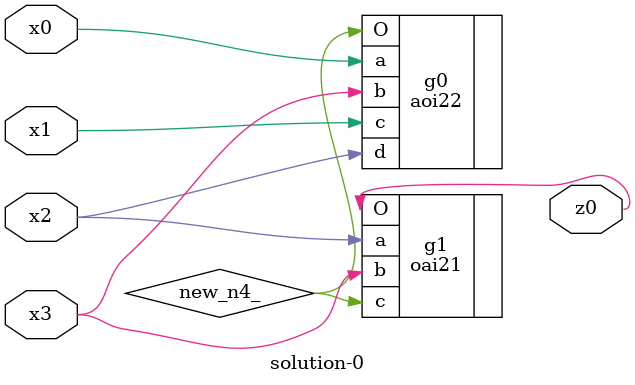
<source format=v>
module \solution-0 (
  x0, x1, x2, x3,
  z0 );
  input x0, x1, x2, x3;
  output z0;
  wire new_n4_;
  aoi22  g0(.a(x0), .b(x3), .c(x1), .d(x2), .O(new_n4_));
  oai21  g1(.a(x2), .b(x3), .c(new_n4_), .O(z0));
endmodule

</source>
